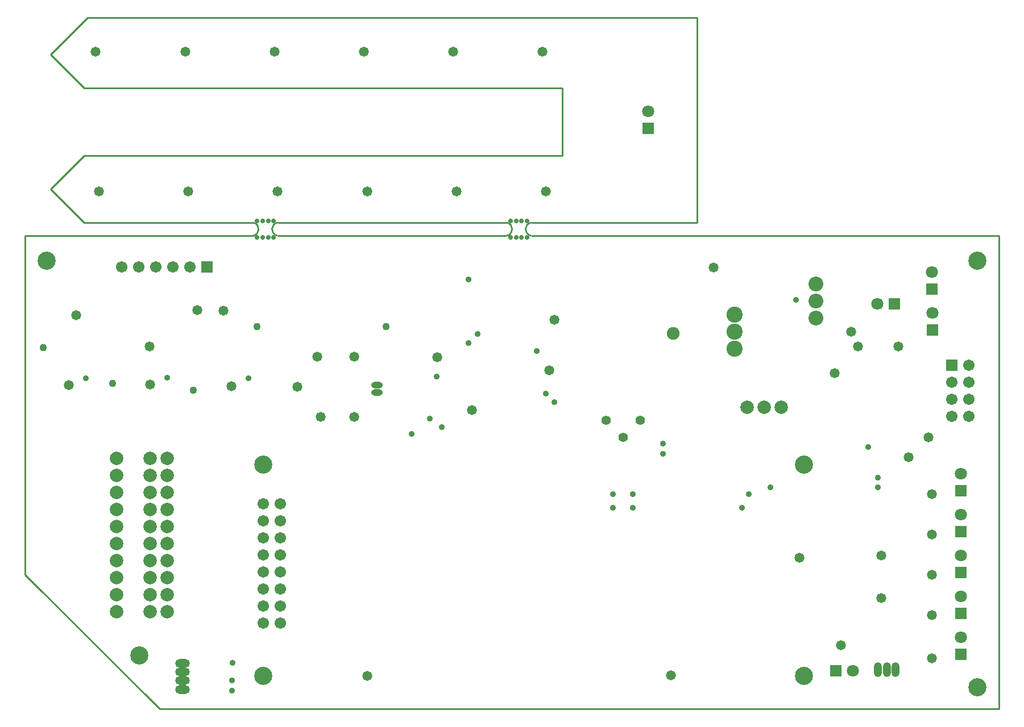
<source format=gbs>
%FSLAX25Y25*%
%MOIN*%
G70*
G01*
G75*
G04 Layer_Color=16711935*
%ADD10R,0.05118X0.05512*%
%ADD11R,0.05512X0.05118*%
%ADD12R,0.07874X0.02756*%
%ADD13R,0.03937X0.04331*%
%ADD14R,0.04331X0.03937*%
%ADD15R,0.11811X0.09055*%
%ADD16R,0.24016X0.40000*%
%ADD17R,0.07874X0.02362*%
%ADD18R,0.02362X0.06102*%
%ADD19C,0.03937*%
%ADD20C,0.01000*%
%ADD21C,0.02756*%
%ADD22C,0.05906*%
%ADD23C,0.01969*%
%ADD24C,0.07874*%
%ADD25C,0.01575*%
%ADD26C,0.27559*%
%ADD27C,0.07874*%
%ADD28O,0.05906X0.02953*%
%ADD29C,0.07087*%
%ADD30C,0.09843*%
%ADD31C,0.05906*%
%ADD32C,0.08661*%
%ADD33R,0.06299X0.06299*%
%ADD34C,0.06299*%
%ADD35R,0.06299X0.06299*%
%ADD36R,0.05906X0.05906*%
%ADD37C,0.04724*%
%ADD38C,0.01969*%
%ADD39R,0.05906X0.05906*%
%ADD40O,0.03937X0.07874*%
%ADD41O,0.07874X0.04331*%
%ADD42C,0.05000*%
%ADD43C,0.02756*%
%ADD44C,0.03543*%
%ADD45C,0.06693*%
%ADD46C,0.00787*%
%ADD47C,0.00394*%
%ADD48C,0.00800*%
%ADD49R,0.05918X0.06312*%
%ADD50R,0.06312X0.05918*%
%ADD51R,0.08674X0.03556*%
%ADD52R,0.04737X0.05131*%
%ADD53R,0.05131X0.04737*%
%ADD54R,0.12611X0.09855*%
%ADD55R,0.24816X0.40800*%
%ADD56R,0.08674X0.03162*%
%ADD57R,0.03162X0.06902*%
%ADD58C,0.08674*%
%ADD59O,0.06706X0.03753*%
%ADD60C,0.07887*%
%ADD61C,0.10642*%
%ADD62C,0.06706*%
%ADD63C,0.09461*%
%ADD64R,0.07099X0.07099*%
%ADD65C,0.07099*%
%ADD66R,0.07099X0.07099*%
%ADD67R,0.06706X0.06706*%
%ADD68C,0.05524*%
%ADD69C,0.02769*%
%ADD70R,0.06706X0.06706*%
%ADD71O,0.04737X0.08674*%
%ADD72O,0.08674X0.05131*%
%ADD73C,0.05800*%
%ADD74C,0.03556*%
%ADD75C,0.04343*%
%ADD76C,0.07493*%
D20*
X282044Y277593D02*
G03*
X282549Y285299I-514J3903D01*
G01*
X296764Y285399D02*
G03*
X296259Y277693I514J-3903D01*
G01*
X148108Y285399D02*
G03*
X147603Y277693I514J-3903D01*
G01*
X133388Y277593D02*
G03*
X133893Y285299I-514J3903D01*
G01*
X148108Y277593D02*
X282010D01*
X148108Y285399D02*
X282456D01*
X-0Y277559D02*
X34Y277593D01*
X133388D01*
X34449Y285433D02*
X133800D01*
X14764Y305118D02*
X34449Y285433D01*
X14764Y305118D02*
X34449Y324803D01*
X314961D01*
Y364173D01*
X34449D02*
X314961D01*
X14764Y383858D02*
X34449Y364173D01*
X14764Y383858D02*
X36417Y405512D01*
X393701D01*
Y285433D02*
Y405512D01*
X393667Y285399D02*
X393701Y285433D01*
X296730Y285399D02*
X393667D01*
X296730Y277593D02*
X393667D01*
X393701Y277559D01*
X570866D01*
X570866Y277559D01*
Y0D02*
Y277559D01*
X78740Y0D02*
X570866D01*
X-0Y78740D02*
X78740Y0D01*
X-0Y78740D02*
Y277559D01*
D58*
X463583Y239173D02*
D03*
Y229173D02*
D03*
Y249173D02*
D03*
D59*
X206299Y185787D02*
D03*
Y190000D02*
D03*
D60*
X53543Y57087D02*
D03*
Y67087D02*
D03*
Y77165D02*
D03*
Y87165D02*
D03*
Y117165D02*
D03*
Y127165D02*
D03*
Y97165D02*
D03*
Y107165D02*
D03*
Y137165D02*
D03*
Y147165D02*
D03*
X83071Y57087D02*
D03*
Y67087D02*
D03*
Y77165D02*
D03*
Y87165D02*
D03*
Y117165D02*
D03*
Y127165D02*
D03*
Y97165D02*
D03*
Y107165D02*
D03*
Y137165D02*
D03*
Y147165D02*
D03*
X73228D02*
D03*
Y137165D02*
D03*
Y107165D02*
D03*
Y97165D02*
D03*
Y127165D02*
D03*
Y117165D02*
D03*
Y87165D02*
D03*
Y77165D02*
D03*
Y67087D02*
D03*
Y57087D02*
D03*
X433071Y177165D02*
D03*
X423071D02*
D03*
X443071D02*
D03*
D61*
X139606Y19291D02*
D03*
X456535D02*
D03*
Y143307D02*
D03*
X139606D02*
D03*
X558268Y12598D02*
D03*
Y262992D02*
D03*
X12598D02*
D03*
X66929Y31496D02*
D03*
D62*
X149606Y120315D02*
D03*
Y110315D02*
D03*
X139606Y60315D02*
D03*
Y70315D02*
D03*
Y80315D02*
D03*
Y90315D02*
D03*
Y50315D02*
D03*
Y110315D02*
D03*
Y120315D02*
D03*
Y100315D02*
D03*
X149606D02*
D03*
Y90315D02*
D03*
Y80315D02*
D03*
Y70315D02*
D03*
Y60315D02*
D03*
Y50315D02*
D03*
X56693Y259449D02*
D03*
X66693D02*
D03*
X76693D02*
D03*
X86693D02*
D03*
X96693D02*
D03*
X553307Y201772D02*
D03*
X543307Y191772D02*
D03*
X553307D02*
D03*
X543307Y181772D02*
D03*
X553307D02*
D03*
X543307Y171772D02*
D03*
X553307D02*
D03*
D63*
X415748Y221260D02*
D03*
Y231260D02*
D03*
Y211260D02*
D03*
D64*
X548425Y127953D02*
D03*
Y103937D02*
D03*
Y79921D02*
D03*
X548425Y31890D02*
D03*
Y55905D02*
D03*
X531496Y246457D02*
D03*
X531890Y222441D02*
D03*
X365158Y340551D02*
D03*
D65*
X548425Y137953D02*
D03*
Y113937D02*
D03*
Y89921D02*
D03*
X548425Y41890D02*
D03*
Y65905D02*
D03*
X485197Y22441D02*
D03*
X499449Y237795D02*
D03*
X531496Y256457D02*
D03*
X531890Y232441D02*
D03*
X365158Y350551D02*
D03*
D66*
X475197Y22441D02*
D03*
X509449Y237795D02*
D03*
D67*
X106693Y259449D02*
D03*
D68*
X340394Y169272D02*
D03*
X350394Y159272D02*
D03*
X360394Y169272D02*
D03*
D69*
X145669Y286417D02*
D03*
X142388D02*
D03*
X139108D02*
D03*
X135827D02*
D03*
Y276575D02*
D03*
X139108D02*
D03*
X142388D02*
D03*
X145669D02*
D03*
X294291D02*
D03*
X291010D02*
D03*
X287730D02*
D03*
X284449D02*
D03*
Y286417D02*
D03*
X287730D02*
D03*
X291010D02*
D03*
X294291D02*
D03*
D70*
X543307Y201772D02*
D03*
D71*
X510354Y22835D02*
D03*
X505118D02*
D03*
X499882D02*
D03*
D72*
X92126Y26772D02*
D03*
Y21654D02*
D03*
Y16535D02*
D03*
Y11417D02*
D03*
D73*
X484252Y221457D02*
D03*
X488189Y212598D02*
D03*
X100787Y233858D02*
D03*
X241535Y206299D02*
D03*
X310039Y228346D02*
D03*
X73090Y190217D02*
D03*
X120728Y189311D02*
D03*
X25453Y189961D02*
D03*
X453740Y88583D02*
D03*
X403543Y258858D02*
D03*
X29724Y231102D02*
D03*
X72835Y212598D02*
D03*
X116142Y233661D02*
D03*
X478346Y37402D02*
D03*
X261811Y175197D02*
D03*
X307087Y198819D02*
D03*
X192913Y171260D02*
D03*
X173228D02*
D03*
X171260Y206693D02*
D03*
X192913D02*
D03*
X159449Y188976D02*
D03*
X474409Y196850D02*
D03*
X501968Y64961D02*
D03*
X531496Y29528D02*
D03*
X531496Y55118D02*
D03*
X531496Y78740D02*
D03*
Y102362D02*
D03*
Y125984D02*
D03*
X501968Y90039D02*
D03*
X200512Y19410D02*
D03*
X378465Y19685D02*
D03*
X529528Y159449D02*
D03*
X43307Y303543D02*
D03*
X95669D02*
D03*
X148031D02*
D03*
X200394D02*
D03*
X305118D02*
D03*
X252756D02*
D03*
X250787Y385827D02*
D03*
X303150D02*
D03*
X198425D02*
D03*
X146063D02*
D03*
X93701D02*
D03*
X41339D02*
D03*
X517717Y147638D02*
D03*
X511811Y212598D02*
D03*
D74*
X451772Y240158D02*
D03*
X374016Y155512D02*
D03*
Y149606D02*
D03*
X494095Y153543D02*
D03*
X121653Y27165D02*
D03*
X121260Y16535D02*
D03*
Y10630D02*
D03*
X437008Y129921D02*
D03*
X344488Y118110D02*
D03*
Y125984D02*
D03*
X500000Y129921D02*
D03*
Y135827D02*
D03*
X305118Y185039D02*
D03*
X83091Y194311D02*
D03*
X35453Y193917D02*
D03*
X130728Y194075D02*
D03*
X241181Y194921D02*
D03*
X299921Y209921D02*
D03*
X226378Y161417D02*
D03*
X244094Y165354D02*
D03*
X237205Y170276D02*
D03*
X310039Y180118D02*
D03*
X259842Y214567D02*
D03*
Y251969D02*
D03*
X265197Y219921D02*
D03*
X356299Y125984D02*
D03*
Y118110D02*
D03*
X424213Y125984D02*
D03*
X420276Y118110D02*
D03*
D75*
X10453Y211988D02*
D03*
X51181Y190945D02*
D03*
X98425Y187008D02*
D03*
X211614Y224410D02*
D03*
X135827D02*
D03*
D76*
X379921Y220472D02*
D03*
M02*

</source>
